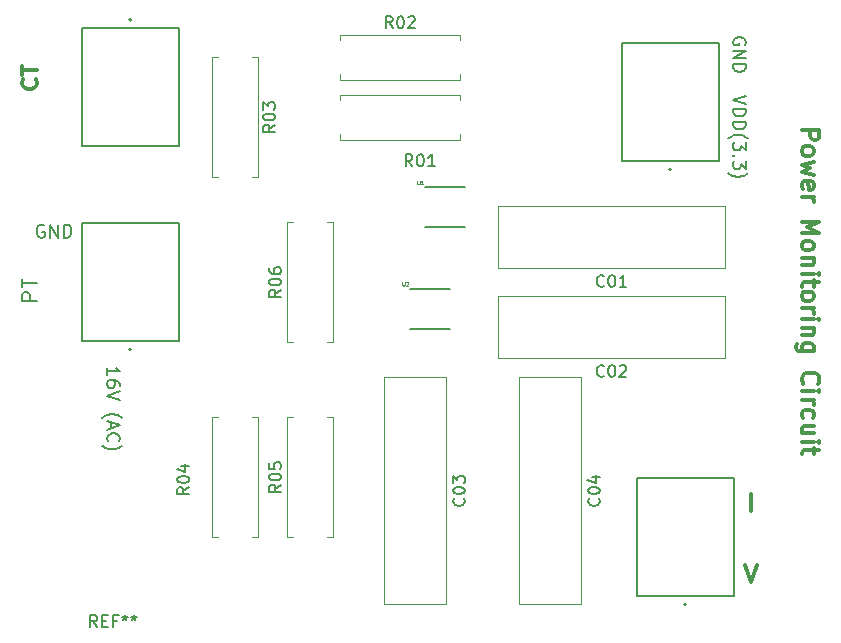
<source format=gbr>
G04 #@! TF.GenerationSoftware,KiCad,Pcbnew,(5.0.1)-4*
G04 #@! TF.CreationDate,2019-03-02T17:06:11-06:00*
G04 #@! TF.ProjectId,monitoring,6D6F6E69746F72696E672E6B69636164,rev?*
G04 #@! TF.SameCoordinates,Original*
G04 #@! TF.FileFunction,Legend,Top*
G04 #@! TF.FilePolarity,Positive*
%FSLAX46Y46*%
G04 Gerber Fmt 4.6, Leading zero omitted, Abs format (unit mm)*
G04 Created by KiCad (PCBNEW (5.0.1)-4) date 2019-03-02 5:06:11 PM*
%MOMM*%
%LPD*%
G01*
G04 APERTURE LIST*
%ADD10C,0.300000*%
%ADD11C,0.200000*%
%ADD12C,0.152400*%
%ADD13C,0.120000*%
%ADD14C,0.127000*%
%ADD15C,0.050000*%
%ADD16C,0.150000*%
G04 APERTURE END LIST*
D10*
X181321428Y-68357142D02*
X182821428Y-68357142D01*
X182821428Y-68928571D01*
X182750000Y-69071428D01*
X182678571Y-69142857D01*
X182535714Y-69214285D01*
X182321428Y-69214285D01*
X182178571Y-69142857D01*
X182107142Y-69071428D01*
X182035714Y-68928571D01*
X182035714Y-68357142D01*
X181321428Y-70071428D02*
X181392857Y-69928571D01*
X181464285Y-69857142D01*
X181607142Y-69785714D01*
X182035714Y-69785714D01*
X182178571Y-69857142D01*
X182250000Y-69928571D01*
X182321428Y-70071428D01*
X182321428Y-70285714D01*
X182250000Y-70428571D01*
X182178571Y-70500000D01*
X182035714Y-70571428D01*
X181607142Y-70571428D01*
X181464285Y-70500000D01*
X181392857Y-70428571D01*
X181321428Y-70285714D01*
X181321428Y-70071428D01*
X182321428Y-71071428D02*
X181321428Y-71357142D01*
X182035714Y-71642857D01*
X181321428Y-71928571D01*
X182321428Y-72214285D01*
X181392857Y-73357142D02*
X181321428Y-73214285D01*
X181321428Y-72928571D01*
X181392857Y-72785714D01*
X181535714Y-72714285D01*
X182107142Y-72714285D01*
X182250000Y-72785714D01*
X182321428Y-72928571D01*
X182321428Y-73214285D01*
X182250000Y-73357142D01*
X182107142Y-73428571D01*
X181964285Y-73428571D01*
X181821428Y-72714285D01*
X181321428Y-74071428D02*
X182321428Y-74071428D01*
X182035714Y-74071428D02*
X182178571Y-74142857D01*
X182250000Y-74214285D01*
X182321428Y-74357142D01*
X182321428Y-74500000D01*
X181321428Y-76142857D02*
X182821428Y-76142857D01*
X181750000Y-76642857D01*
X182821428Y-77142857D01*
X181321428Y-77142857D01*
X181321428Y-78071428D02*
X181392857Y-77928571D01*
X181464285Y-77857142D01*
X181607142Y-77785714D01*
X182035714Y-77785714D01*
X182178571Y-77857142D01*
X182250000Y-77928571D01*
X182321428Y-78071428D01*
X182321428Y-78285714D01*
X182250000Y-78428571D01*
X182178571Y-78500000D01*
X182035714Y-78571428D01*
X181607142Y-78571428D01*
X181464285Y-78500000D01*
X181392857Y-78428571D01*
X181321428Y-78285714D01*
X181321428Y-78071428D01*
X182321428Y-79214285D02*
X181321428Y-79214285D01*
X182178571Y-79214285D02*
X182250000Y-79285714D01*
X182321428Y-79428571D01*
X182321428Y-79642857D01*
X182250000Y-79785714D01*
X182107142Y-79857142D01*
X181321428Y-79857142D01*
X181321428Y-80571428D02*
X182321428Y-80571428D01*
X182821428Y-80571428D02*
X182750000Y-80500000D01*
X182678571Y-80571428D01*
X182750000Y-80642857D01*
X182821428Y-80571428D01*
X182678571Y-80571428D01*
X182321428Y-81071428D02*
X182321428Y-81642857D01*
X182821428Y-81285714D02*
X181535714Y-81285714D01*
X181392857Y-81357142D01*
X181321428Y-81500000D01*
X181321428Y-81642857D01*
X181321428Y-82357142D02*
X181392857Y-82214285D01*
X181464285Y-82142857D01*
X181607142Y-82071428D01*
X182035714Y-82071428D01*
X182178571Y-82142857D01*
X182250000Y-82214285D01*
X182321428Y-82357142D01*
X182321428Y-82571428D01*
X182250000Y-82714285D01*
X182178571Y-82785714D01*
X182035714Y-82857142D01*
X181607142Y-82857142D01*
X181464285Y-82785714D01*
X181392857Y-82714285D01*
X181321428Y-82571428D01*
X181321428Y-82357142D01*
X181321428Y-83500000D02*
X182321428Y-83500000D01*
X182035714Y-83500000D02*
X182178571Y-83571428D01*
X182250000Y-83642857D01*
X182321428Y-83785714D01*
X182321428Y-83928571D01*
X181321428Y-84428571D02*
X182321428Y-84428571D01*
X182821428Y-84428571D02*
X182750000Y-84357142D01*
X182678571Y-84428571D01*
X182750000Y-84500000D01*
X182821428Y-84428571D01*
X182678571Y-84428571D01*
X182321428Y-85142857D02*
X181321428Y-85142857D01*
X182178571Y-85142857D02*
X182250000Y-85214285D01*
X182321428Y-85357142D01*
X182321428Y-85571428D01*
X182250000Y-85714285D01*
X182107142Y-85785714D01*
X181321428Y-85785714D01*
X182321428Y-87142857D02*
X181107142Y-87142857D01*
X180964285Y-87071428D01*
X180892857Y-87000000D01*
X180821428Y-86857142D01*
X180821428Y-86642857D01*
X180892857Y-86500000D01*
X181392857Y-87142857D02*
X181321428Y-87000000D01*
X181321428Y-86714285D01*
X181392857Y-86571428D01*
X181464285Y-86500000D01*
X181607142Y-86428571D01*
X182035714Y-86428571D01*
X182178571Y-86500000D01*
X182250000Y-86571428D01*
X182321428Y-86714285D01*
X182321428Y-87000000D01*
X182250000Y-87142857D01*
X181464285Y-89857142D02*
X181392857Y-89785714D01*
X181321428Y-89571428D01*
X181321428Y-89428571D01*
X181392857Y-89214285D01*
X181535714Y-89071428D01*
X181678571Y-89000000D01*
X181964285Y-88928571D01*
X182178571Y-88928571D01*
X182464285Y-89000000D01*
X182607142Y-89071428D01*
X182750000Y-89214285D01*
X182821428Y-89428571D01*
X182821428Y-89571428D01*
X182750000Y-89785714D01*
X182678571Y-89857142D01*
X181321428Y-90500000D02*
X182321428Y-90500000D01*
X182821428Y-90500000D02*
X182750000Y-90428571D01*
X182678571Y-90500000D01*
X182750000Y-90571428D01*
X182821428Y-90500000D01*
X182678571Y-90500000D01*
X181321428Y-91214285D02*
X182321428Y-91214285D01*
X182035714Y-91214285D02*
X182178571Y-91285714D01*
X182250000Y-91357142D01*
X182321428Y-91500000D01*
X182321428Y-91642857D01*
X181392857Y-92785714D02*
X181321428Y-92642857D01*
X181321428Y-92357142D01*
X181392857Y-92214285D01*
X181464285Y-92142857D01*
X181607142Y-92071428D01*
X182035714Y-92071428D01*
X182178571Y-92142857D01*
X182250000Y-92214285D01*
X182321428Y-92357142D01*
X182321428Y-92642857D01*
X182250000Y-92785714D01*
X182321428Y-94071428D02*
X181321428Y-94071428D01*
X182321428Y-93428571D02*
X181535714Y-93428571D01*
X181392857Y-93500000D01*
X181321428Y-93642857D01*
X181321428Y-93857142D01*
X181392857Y-94000000D01*
X181464285Y-94071428D01*
X181321428Y-94785714D02*
X182321428Y-94785714D01*
X182821428Y-94785714D02*
X182750000Y-94714285D01*
X182678571Y-94785714D01*
X182750000Y-94857142D01*
X182821428Y-94785714D01*
X182678571Y-94785714D01*
X182321428Y-95285714D02*
X182321428Y-95857142D01*
X182821428Y-95500000D02*
X181535714Y-95500000D01*
X181392857Y-95571428D01*
X181321428Y-95714285D01*
X181321428Y-95857142D01*
D11*
X122502380Y-89145238D02*
X122502380Y-88516666D01*
X122502380Y-88830952D02*
X123602380Y-88830952D01*
X123445238Y-88726190D01*
X123340476Y-88621428D01*
X123288095Y-88516666D01*
X123602380Y-90088095D02*
X123602380Y-89878571D01*
X123550000Y-89773809D01*
X123497619Y-89721428D01*
X123340476Y-89616666D01*
X123130952Y-89564285D01*
X122711904Y-89564285D01*
X122607142Y-89616666D01*
X122554761Y-89669047D01*
X122502380Y-89773809D01*
X122502380Y-89983333D01*
X122554761Y-90088095D01*
X122607142Y-90140476D01*
X122711904Y-90192857D01*
X122973809Y-90192857D01*
X123078571Y-90140476D01*
X123130952Y-90088095D01*
X123183333Y-89983333D01*
X123183333Y-89773809D01*
X123130952Y-89669047D01*
X123078571Y-89616666D01*
X122973809Y-89564285D01*
X123602380Y-90507142D02*
X122502380Y-90873809D01*
X123602380Y-91240476D01*
X122083333Y-92759523D02*
X122135714Y-92707142D01*
X122292857Y-92602380D01*
X122397619Y-92550000D01*
X122554761Y-92497619D01*
X122816666Y-92445238D01*
X123026190Y-92445238D01*
X123288095Y-92497619D01*
X123445238Y-92550000D01*
X123550000Y-92602380D01*
X123707142Y-92707142D01*
X123759523Y-92759523D01*
X122816666Y-93126190D02*
X122816666Y-93650000D01*
X122502380Y-93021428D02*
X123602380Y-93388095D01*
X122502380Y-93754761D01*
X122607142Y-94750000D02*
X122554761Y-94697619D01*
X122502380Y-94540476D01*
X122502380Y-94435714D01*
X122554761Y-94278571D01*
X122659523Y-94173809D01*
X122764285Y-94121428D01*
X122973809Y-94069047D01*
X123130952Y-94069047D01*
X123340476Y-94121428D01*
X123445238Y-94173809D01*
X123550000Y-94278571D01*
X123602380Y-94435714D01*
X123602380Y-94540476D01*
X123550000Y-94697619D01*
X123497619Y-94750000D01*
X122083333Y-95116666D02*
X122135714Y-95169047D01*
X122292857Y-95273809D01*
X122397619Y-95326190D01*
X122554761Y-95378571D01*
X122816666Y-95430952D01*
X123026190Y-95430952D01*
X123288095Y-95378571D01*
X123445238Y-95326190D01*
X123550000Y-95273809D01*
X123707142Y-95169047D01*
X123759523Y-95116666D01*
X117161904Y-76450000D02*
X117057142Y-76397619D01*
X116900000Y-76397619D01*
X116742857Y-76450000D01*
X116638095Y-76554761D01*
X116585714Y-76659523D01*
X116533333Y-76869047D01*
X116533333Y-77026190D01*
X116585714Y-77235714D01*
X116638095Y-77340476D01*
X116742857Y-77445238D01*
X116900000Y-77497619D01*
X117004761Y-77497619D01*
X117161904Y-77445238D01*
X117214285Y-77392857D01*
X117214285Y-77026190D01*
X117004761Y-77026190D01*
X117685714Y-77497619D02*
X117685714Y-76397619D01*
X118314285Y-77497619D01*
X118314285Y-76397619D01*
X118838095Y-77497619D02*
X118838095Y-76397619D01*
X119100000Y-76397619D01*
X119257142Y-76450000D01*
X119361904Y-76554761D01*
X119414285Y-76659523D01*
X119466666Y-76869047D01*
X119466666Y-77026190D01*
X119414285Y-77235714D01*
X119361904Y-77340476D01*
X119257142Y-77445238D01*
X119100000Y-77497619D01*
X118838095Y-77497619D01*
D10*
X176500000Y-105178571D02*
X177000000Y-106678571D01*
X177500000Y-105178571D01*
X177000000Y-100678571D02*
X177000000Y-99178571D01*
D11*
X176602380Y-65490476D02*
X175502380Y-65857142D01*
X176602380Y-66223809D01*
X175502380Y-66590476D02*
X176602380Y-66590476D01*
X176602380Y-66852380D01*
X176550000Y-67009523D01*
X176445238Y-67114285D01*
X176340476Y-67166666D01*
X176130952Y-67219047D01*
X175973809Y-67219047D01*
X175764285Y-67166666D01*
X175659523Y-67114285D01*
X175554761Y-67009523D01*
X175502380Y-66852380D01*
X175502380Y-66590476D01*
X175502380Y-67690476D02*
X176602380Y-67690476D01*
X176602380Y-67952380D01*
X176550000Y-68109523D01*
X176445238Y-68214285D01*
X176340476Y-68266666D01*
X176130952Y-68319047D01*
X175973809Y-68319047D01*
X175764285Y-68266666D01*
X175659523Y-68214285D01*
X175554761Y-68109523D01*
X175502380Y-67952380D01*
X175502380Y-67690476D01*
X175083333Y-69104761D02*
X175135714Y-69052380D01*
X175292857Y-68947619D01*
X175397619Y-68895238D01*
X175554761Y-68842857D01*
X175816666Y-68790476D01*
X176026190Y-68790476D01*
X176288095Y-68842857D01*
X176445238Y-68895238D01*
X176550000Y-68947619D01*
X176707142Y-69052380D01*
X176759523Y-69104761D01*
X176602380Y-69419047D02*
X176602380Y-70100000D01*
X176183333Y-69733333D01*
X176183333Y-69890476D01*
X176130952Y-69995238D01*
X176078571Y-70047619D01*
X175973809Y-70100000D01*
X175711904Y-70100000D01*
X175607142Y-70047619D01*
X175554761Y-69995238D01*
X175502380Y-69890476D01*
X175502380Y-69576190D01*
X175554761Y-69471428D01*
X175607142Y-69419047D01*
X175607142Y-70571428D02*
X175554761Y-70623809D01*
X175502380Y-70571428D01*
X175554761Y-70519047D01*
X175607142Y-70571428D01*
X175502380Y-70571428D01*
X176602380Y-70990476D02*
X176602380Y-71671428D01*
X176183333Y-71304761D01*
X176183333Y-71461904D01*
X176130952Y-71566666D01*
X176078571Y-71619047D01*
X175973809Y-71671428D01*
X175711904Y-71671428D01*
X175607142Y-71619047D01*
X175554761Y-71566666D01*
X175502380Y-71461904D01*
X175502380Y-71147619D01*
X175554761Y-71042857D01*
X175607142Y-70990476D01*
X175083333Y-72038095D02*
X175135714Y-72090476D01*
X175292857Y-72195238D01*
X175397619Y-72247619D01*
X175554761Y-72300000D01*
X175816666Y-72352380D01*
X176026190Y-72352380D01*
X176288095Y-72300000D01*
X176445238Y-72247619D01*
X176550000Y-72195238D01*
X176707142Y-72090476D01*
X176759523Y-72038095D01*
X176550000Y-61161904D02*
X176602380Y-61057142D01*
X176602380Y-60900000D01*
X176550000Y-60742857D01*
X176445238Y-60638095D01*
X176340476Y-60585714D01*
X176130952Y-60533333D01*
X175973809Y-60533333D01*
X175764285Y-60585714D01*
X175659523Y-60638095D01*
X175554761Y-60742857D01*
X175502380Y-60900000D01*
X175502380Y-61004761D01*
X175554761Y-61161904D01*
X175607142Y-61214285D01*
X175973809Y-61214285D01*
X175973809Y-61004761D01*
X175502380Y-61685714D02*
X176602380Y-61685714D01*
X175502380Y-62314285D01*
X176602380Y-62314285D01*
X175502380Y-62838095D02*
X176602380Y-62838095D01*
X176602380Y-63100000D01*
X176550000Y-63257142D01*
X176445238Y-63361904D01*
X176340476Y-63414285D01*
X176130952Y-63466666D01*
X175973809Y-63466666D01*
X175764285Y-63414285D01*
X175659523Y-63361904D01*
X175554761Y-63257142D01*
X175502380Y-63100000D01*
X175502380Y-62838095D01*
D12*
G04 #@! TO.C,U1*
X149453600Y-76606400D02*
X152806400Y-76606400D01*
X152806400Y-73253600D02*
X149453600Y-73253600D01*
D13*
G04 #@! TO.C,C02*
X174840000Y-87710000D02*
X155600000Y-87710000D01*
X174840000Y-82470000D02*
X155600000Y-82470000D01*
X174840000Y-87710000D02*
X174840000Y-82470000D01*
X155600000Y-87710000D02*
X155600000Y-82470000D01*
G04 #@! TO.C,C01*
X155600000Y-80090000D02*
X155600000Y-74850000D01*
X174840000Y-80090000D02*
X174840000Y-74850000D01*
X174840000Y-74850000D02*
X155600000Y-74850000D01*
X174840000Y-80090000D02*
X155600000Y-80090000D01*
G04 #@! TO.C,C03*
X151210000Y-89320000D02*
X151210000Y-108560000D01*
X145970000Y-89320000D02*
X145970000Y-108560000D01*
X151210000Y-89320000D02*
X145970000Y-89320000D01*
X151210000Y-108560000D02*
X145970000Y-108560000D01*
G04 #@! TO.C,C04*
X162640000Y-108560000D02*
X157400000Y-108560000D01*
X162640000Y-89320000D02*
X157400000Y-89320000D01*
X157400000Y-89320000D02*
X157400000Y-108560000D01*
X162640000Y-89320000D02*
X162640000Y-108560000D01*
D11*
G04 #@! TO.C,CT*
X124560000Y-59070000D02*
G75*
G03X124560000Y-59070000I-100000J0D01*
G01*
D14*
X128560000Y-69770000D02*
X128560000Y-59770000D01*
X120360000Y-69770000D02*
X128560000Y-69770000D01*
X120360000Y-59770000D02*
X120360000Y-69770000D01*
X128560000Y-59770000D02*
X120360000Y-59770000D01*
G04 #@! TO.C,PT*
X120360000Y-86280000D02*
X128560000Y-86280000D01*
X128560000Y-86280000D02*
X128560000Y-76280000D01*
X128560000Y-76280000D02*
X120360000Y-76280000D01*
X120360000Y-76280000D02*
X120360000Y-86280000D01*
D11*
X124560000Y-86980000D02*
G75*
G03X124560000Y-86980000I-100000J0D01*
G01*
D14*
G04 #@! TO.C,J3*
X166080000Y-71040000D02*
X174280000Y-71040000D01*
X174280000Y-71040000D02*
X174280000Y-61040000D01*
X174280000Y-61040000D02*
X166080000Y-61040000D01*
X166080000Y-61040000D02*
X166080000Y-71040000D01*
D11*
X170280000Y-71740000D02*
G75*
G03X170280000Y-71740000I-100000J0D01*
G01*
G04 #@! TO.C,J4*
X171550000Y-108570000D02*
G75*
G03X171550000Y-108570000I-100000J0D01*
G01*
D14*
X167350000Y-97870000D02*
X167350000Y-107870000D01*
X175550000Y-97870000D02*
X167350000Y-97870000D01*
X175550000Y-107870000D02*
X175550000Y-97870000D01*
X167350000Y-107870000D02*
X175550000Y-107870000D01*
D13*
G04 #@! TO.C,R01*
X142250000Y-65390000D02*
X142250000Y-65870000D01*
X152390000Y-65390000D02*
X142250000Y-65390000D01*
X152390000Y-65870000D02*
X152390000Y-65390000D01*
X142250000Y-69230000D02*
X142250000Y-68750000D01*
X152390000Y-69230000D02*
X142250000Y-69230000D01*
X152390000Y-68750000D02*
X152390000Y-69230000D01*
G04 #@! TO.C,R02*
X142250000Y-60790000D02*
X142250000Y-60310000D01*
X142250000Y-60310000D02*
X152390000Y-60310000D01*
X152390000Y-60310000D02*
X152390000Y-60790000D01*
X142250000Y-63670000D02*
X142250000Y-64150000D01*
X142250000Y-64150000D02*
X152390000Y-64150000D01*
X152390000Y-64150000D02*
X152390000Y-63670000D01*
G04 #@! TO.C,R03*
X134790000Y-62240000D02*
X135270000Y-62240000D01*
X135270000Y-62240000D02*
X135270000Y-72380000D01*
X135270000Y-72380000D02*
X134790000Y-72380000D01*
X131910000Y-62240000D02*
X131430000Y-62240000D01*
X131430000Y-62240000D02*
X131430000Y-72380000D01*
X131430000Y-72380000D02*
X131910000Y-72380000D01*
G04 #@! TO.C,R04*
X131430000Y-102860000D02*
X131910000Y-102860000D01*
X131430000Y-92720000D02*
X131430000Y-102860000D01*
X131910000Y-92720000D02*
X131430000Y-92720000D01*
X135270000Y-102860000D02*
X134790000Y-102860000D01*
X135270000Y-92720000D02*
X135270000Y-102860000D01*
X134790000Y-92720000D02*
X135270000Y-92720000D01*
G04 #@! TO.C,R05*
X138260000Y-102860000D02*
X137780000Y-102860000D01*
X137780000Y-102860000D02*
X137780000Y-92720000D01*
X137780000Y-92720000D02*
X138260000Y-92720000D01*
X141140000Y-102860000D02*
X141620000Y-102860000D01*
X141620000Y-102860000D02*
X141620000Y-92720000D01*
X141620000Y-92720000D02*
X141140000Y-92720000D01*
G04 #@! TO.C,R06*
X141620000Y-76210000D02*
X141140000Y-76210000D01*
X141620000Y-86350000D02*
X141620000Y-76210000D01*
X141140000Y-86350000D02*
X141620000Y-86350000D01*
X137780000Y-76210000D02*
X138260000Y-76210000D01*
X137780000Y-86350000D02*
X137780000Y-76210000D01*
X138260000Y-86350000D02*
X137780000Y-86350000D01*
D12*
G04 #@! TO.C,U2*
X151536400Y-81848600D02*
X148183600Y-81848600D01*
X148183600Y-85201400D02*
X151536400Y-85201400D01*
G04 #@! TO.C,U1*
D15*
X148781729Y-72666621D02*
X148781729Y-72921589D01*
X148796727Y-72951586D01*
X148811726Y-72966584D01*
X148841722Y-72981582D01*
X148901714Y-72981582D01*
X148931711Y-72966584D01*
X148946709Y-72951586D01*
X148961707Y-72921589D01*
X148961707Y-72666621D01*
X149276668Y-72981582D02*
X149096690Y-72981582D01*
X149186679Y-72981582D02*
X149186679Y-72666621D01*
X149156683Y-72711615D01*
X149126687Y-72741612D01*
X149096690Y-72756610D01*
G04 #@! TO.C,C02*
D16*
X164577142Y-89197142D02*
X164529523Y-89244761D01*
X164386666Y-89292380D01*
X164291428Y-89292380D01*
X164148571Y-89244761D01*
X164053333Y-89149523D01*
X164005714Y-89054285D01*
X163958095Y-88863809D01*
X163958095Y-88720952D01*
X164005714Y-88530476D01*
X164053333Y-88435238D01*
X164148571Y-88340000D01*
X164291428Y-88292380D01*
X164386666Y-88292380D01*
X164529523Y-88340000D01*
X164577142Y-88387619D01*
X165196190Y-88292380D02*
X165291428Y-88292380D01*
X165386666Y-88340000D01*
X165434285Y-88387619D01*
X165481904Y-88482857D01*
X165529523Y-88673333D01*
X165529523Y-88911428D01*
X165481904Y-89101904D01*
X165434285Y-89197142D01*
X165386666Y-89244761D01*
X165291428Y-89292380D01*
X165196190Y-89292380D01*
X165100952Y-89244761D01*
X165053333Y-89197142D01*
X165005714Y-89101904D01*
X164958095Y-88911428D01*
X164958095Y-88673333D01*
X165005714Y-88482857D01*
X165053333Y-88387619D01*
X165100952Y-88340000D01*
X165196190Y-88292380D01*
X165910476Y-88387619D02*
X165958095Y-88340000D01*
X166053333Y-88292380D01*
X166291428Y-88292380D01*
X166386666Y-88340000D01*
X166434285Y-88387619D01*
X166481904Y-88482857D01*
X166481904Y-88578095D01*
X166434285Y-88720952D01*
X165862857Y-89292380D01*
X166481904Y-89292380D01*
G04 #@! TO.C,C01*
X164577142Y-81577142D02*
X164529523Y-81624761D01*
X164386666Y-81672380D01*
X164291428Y-81672380D01*
X164148571Y-81624761D01*
X164053333Y-81529523D01*
X164005714Y-81434285D01*
X163958095Y-81243809D01*
X163958095Y-81100952D01*
X164005714Y-80910476D01*
X164053333Y-80815238D01*
X164148571Y-80720000D01*
X164291428Y-80672380D01*
X164386666Y-80672380D01*
X164529523Y-80720000D01*
X164577142Y-80767619D01*
X165196190Y-80672380D02*
X165291428Y-80672380D01*
X165386666Y-80720000D01*
X165434285Y-80767619D01*
X165481904Y-80862857D01*
X165529523Y-81053333D01*
X165529523Y-81291428D01*
X165481904Y-81481904D01*
X165434285Y-81577142D01*
X165386666Y-81624761D01*
X165291428Y-81672380D01*
X165196190Y-81672380D01*
X165100952Y-81624761D01*
X165053333Y-81577142D01*
X165005714Y-81481904D01*
X164958095Y-81291428D01*
X164958095Y-81053333D01*
X165005714Y-80862857D01*
X165053333Y-80767619D01*
X165100952Y-80720000D01*
X165196190Y-80672380D01*
X166481904Y-81672380D02*
X165910476Y-81672380D01*
X166196190Y-81672380D02*
X166196190Y-80672380D01*
X166100952Y-80815238D01*
X166005714Y-80910476D01*
X165910476Y-80958095D01*
G04 #@! TO.C,C03*
X152697142Y-99582857D02*
X152744761Y-99630476D01*
X152792380Y-99773333D01*
X152792380Y-99868571D01*
X152744761Y-100011428D01*
X152649523Y-100106666D01*
X152554285Y-100154285D01*
X152363809Y-100201904D01*
X152220952Y-100201904D01*
X152030476Y-100154285D01*
X151935238Y-100106666D01*
X151840000Y-100011428D01*
X151792380Y-99868571D01*
X151792380Y-99773333D01*
X151840000Y-99630476D01*
X151887619Y-99582857D01*
X151792380Y-98963809D02*
X151792380Y-98868571D01*
X151840000Y-98773333D01*
X151887619Y-98725714D01*
X151982857Y-98678095D01*
X152173333Y-98630476D01*
X152411428Y-98630476D01*
X152601904Y-98678095D01*
X152697142Y-98725714D01*
X152744761Y-98773333D01*
X152792380Y-98868571D01*
X152792380Y-98963809D01*
X152744761Y-99059047D01*
X152697142Y-99106666D01*
X152601904Y-99154285D01*
X152411428Y-99201904D01*
X152173333Y-99201904D01*
X151982857Y-99154285D01*
X151887619Y-99106666D01*
X151840000Y-99059047D01*
X151792380Y-98963809D01*
X151792380Y-98297142D02*
X151792380Y-97678095D01*
X152173333Y-98011428D01*
X152173333Y-97868571D01*
X152220952Y-97773333D01*
X152268571Y-97725714D01*
X152363809Y-97678095D01*
X152601904Y-97678095D01*
X152697142Y-97725714D01*
X152744761Y-97773333D01*
X152792380Y-97868571D01*
X152792380Y-98154285D01*
X152744761Y-98249523D01*
X152697142Y-98297142D01*
G04 #@! TO.C,C04*
X164127142Y-99582857D02*
X164174761Y-99630476D01*
X164222380Y-99773333D01*
X164222380Y-99868571D01*
X164174761Y-100011428D01*
X164079523Y-100106666D01*
X163984285Y-100154285D01*
X163793809Y-100201904D01*
X163650952Y-100201904D01*
X163460476Y-100154285D01*
X163365238Y-100106666D01*
X163270000Y-100011428D01*
X163222380Y-99868571D01*
X163222380Y-99773333D01*
X163270000Y-99630476D01*
X163317619Y-99582857D01*
X163222380Y-98963809D02*
X163222380Y-98868571D01*
X163270000Y-98773333D01*
X163317619Y-98725714D01*
X163412857Y-98678095D01*
X163603333Y-98630476D01*
X163841428Y-98630476D01*
X164031904Y-98678095D01*
X164127142Y-98725714D01*
X164174761Y-98773333D01*
X164222380Y-98868571D01*
X164222380Y-98963809D01*
X164174761Y-99059047D01*
X164127142Y-99106666D01*
X164031904Y-99154285D01*
X163841428Y-99201904D01*
X163603333Y-99201904D01*
X163412857Y-99154285D01*
X163317619Y-99106666D01*
X163270000Y-99059047D01*
X163222380Y-98963809D01*
X163555714Y-97773333D02*
X164222380Y-97773333D01*
X163174761Y-98011428D02*
X163889047Y-98249523D01*
X163889047Y-97630476D01*
G04 #@! TO.C,CT*
D10*
X116464285Y-64092857D02*
X116526190Y-64154761D01*
X116588095Y-64340476D01*
X116588095Y-64464285D01*
X116526190Y-64650000D01*
X116402380Y-64773809D01*
X116278571Y-64835714D01*
X116030952Y-64897619D01*
X115845238Y-64897619D01*
X115597619Y-64835714D01*
X115473809Y-64773809D01*
X115350000Y-64650000D01*
X115288095Y-64464285D01*
X115288095Y-64340476D01*
X115350000Y-64154761D01*
X115411904Y-64092857D01*
X115288095Y-63721428D02*
X115288095Y-62978571D01*
X116588095Y-63350000D02*
X115288095Y-63350000D01*
G04 #@! TO.C,PT*
D11*
X116588095Y-82835714D02*
X115288095Y-82835714D01*
X115288095Y-82340476D01*
X115350000Y-82216666D01*
X115411904Y-82154761D01*
X115535714Y-82092857D01*
X115721428Y-82092857D01*
X115845238Y-82154761D01*
X115907142Y-82216666D01*
X115969047Y-82340476D01*
X115969047Y-82835714D01*
X115288095Y-81721428D02*
X115288095Y-80978571D01*
X116588095Y-81350000D02*
X115288095Y-81350000D01*
G04 #@! TO.C,R01*
D16*
X148357142Y-71452380D02*
X148023809Y-70976190D01*
X147785714Y-71452380D02*
X147785714Y-70452380D01*
X148166666Y-70452380D01*
X148261904Y-70500000D01*
X148309523Y-70547619D01*
X148357142Y-70642857D01*
X148357142Y-70785714D01*
X148309523Y-70880952D01*
X148261904Y-70928571D01*
X148166666Y-70976190D01*
X147785714Y-70976190D01*
X148976190Y-70452380D02*
X149071428Y-70452380D01*
X149166666Y-70500000D01*
X149214285Y-70547619D01*
X149261904Y-70642857D01*
X149309523Y-70833333D01*
X149309523Y-71071428D01*
X149261904Y-71261904D01*
X149214285Y-71357142D01*
X149166666Y-71404761D01*
X149071428Y-71452380D01*
X148976190Y-71452380D01*
X148880952Y-71404761D01*
X148833333Y-71357142D01*
X148785714Y-71261904D01*
X148738095Y-71071428D01*
X148738095Y-70833333D01*
X148785714Y-70642857D01*
X148833333Y-70547619D01*
X148880952Y-70500000D01*
X148976190Y-70452380D01*
X150261904Y-71452380D02*
X149690476Y-71452380D01*
X149976190Y-71452380D02*
X149976190Y-70452380D01*
X149880952Y-70595238D01*
X149785714Y-70690476D01*
X149690476Y-70738095D01*
G04 #@! TO.C,R02*
X146677142Y-59762380D02*
X146343809Y-59286190D01*
X146105714Y-59762380D02*
X146105714Y-58762380D01*
X146486666Y-58762380D01*
X146581904Y-58810000D01*
X146629523Y-58857619D01*
X146677142Y-58952857D01*
X146677142Y-59095714D01*
X146629523Y-59190952D01*
X146581904Y-59238571D01*
X146486666Y-59286190D01*
X146105714Y-59286190D01*
X147296190Y-58762380D02*
X147391428Y-58762380D01*
X147486666Y-58810000D01*
X147534285Y-58857619D01*
X147581904Y-58952857D01*
X147629523Y-59143333D01*
X147629523Y-59381428D01*
X147581904Y-59571904D01*
X147534285Y-59667142D01*
X147486666Y-59714761D01*
X147391428Y-59762380D01*
X147296190Y-59762380D01*
X147200952Y-59714761D01*
X147153333Y-59667142D01*
X147105714Y-59571904D01*
X147058095Y-59381428D01*
X147058095Y-59143333D01*
X147105714Y-58952857D01*
X147153333Y-58857619D01*
X147200952Y-58810000D01*
X147296190Y-58762380D01*
X148010476Y-58857619D02*
X148058095Y-58810000D01*
X148153333Y-58762380D01*
X148391428Y-58762380D01*
X148486666Y-58810000D01*
X148534285Y-58857619D01*
X148581904Y-58952857D01*
X148581904Y-59048095D01*
X148534285Y-59190952D01*
X147962857Y-59762380D01*
X148581904Y-59762380D01*
G04 #@! TO.C,R03*
X136722380Y-67952857D02*
X136246190Y-68286190D01*
X136722380Y-68524285D02*
X135722380Y-68524285D01*
X135722380Y-68143333D01*
X135770000Y-68048095D01*
X135817619Y-68000476D01*
X135912857Y-67952857D01*
X136055714Y-67952857D01*
X136150952Y-68000476D01*
X136198571Y-68048095D01*
X136246190Y-68143333D01*
X136246190Y-68524285D01*
X135722380Y-67333809D02*
X135722380Y-67238571D01*
X135770000Y-67143333D01*
X135817619Y-67095714D01*
X135912857Y-67048095D01*
X136103333Y-67000476D01*
X136341428Y-67000476D01*
X136531904Y-67048095D01*
X136627142Y-67095714D01*
X136674761Y-67143333D01*
X136722380Y-67238571D01*
X136722380Y-67333809D01*
X136674761Y-67429047D01*
X136627142Y-67476666D01*
X136531904Y-67524285D01*
X136341428Y-67571904D01*
X136103333Y-67571904D01*
X135912857Y-67524285D01*
X135817619Y-67476666D01*
X135770000Y-67429047D01*
X135722380Y-67333809D01*
X135722380Y-66667142D02*
X135722380Y-66048095D01*
X136103333Y-66381428D01*
X136103333Y-66238571D01*
X136150952Y-66143333D01*
X136198571Y-66095714D01*
X136293809Y-66048095D01*
X136531904Y-66048095D01*
X136627142Y-66095714D01*
X136674761Y-66143333D01*
X136722380Y-66238571D01*
X136722380Y-66524285D01*
X136674761Y-66619523D01*
X136627142Y-66667142D01*
G04 #@! TO.C,R04*
X129452380Y-98642857D02*
X128976190Y-98976190D01*
X129452380Y-99214285D02*
X128452380Y-99214285D01*
X128452380Y-98833333D01*
X128500000Y-98738095D01*
X128547619Y-98690476D01*
X128642857Y-98642857D01*
X128785714Y-98642857D01*
X128880952Y-98690476D01*
X128928571Y-98738095D01*
X128976190Y-98833333D01*
X128976190Y-99214285D01*
X128452380Y-98023809D02*
X128452380Y-97928571D01*
X128500000Y-97833333D01*
X128547619Y-97785714D01*
X128642857Y-97738095D01*
X128833333Y-97690476D01*
X129071428Y-97690476D01*
X129261904Y-97738095D01*
X129357142Y-97785714D01*
X129404761Y-97833333D01*
X129452380Y-97928571D01*
X129452380Y-98023809D01*
X129404761Y-98119047D01*
X129357142Y-98166666D01*
X129261904Y-98214285D01*
X129071428Y-98261904D01*
X128833333Y-98261904D01*
X128642857Y-98214285D01*
X128547619Y-98166666D01*
X128500000Y-98119047D01*
X128452380Y-98023809D01*
X128785714Y-96833333D02*
X129452380Y-96833333D01*
X128404761Y-97071428D02*
X129119047Y-97309523D01*
X129119047Y-96690476D01*
G04 #@! TO.C,R05*
X137232380Y-98432857D02*
X136756190Y-98766190D01*
X137232380Y-99004285D02*
X136232380Y-99004285D01*
X136232380Y-98623333D01*
X136280000Y-98528095D01*
X136327619Y-98480476D01*
X136422857Y-98432857D01*
X136565714Y-98432857D01*
X136660952Y-98480476D01*
X136708571Y-98528095D01*
X136756190Y-98623333D01*
X136756190Y-99004285D01*
X136232380Y-97813809D02*
X136232380Y-97718571D01*
X136280000Y-97623333D01*
X136327619Y-97575714D01*
X136422857Y-97528095D01*
X136613333Y-97480476D01*
X136851428Y-97480476D01*
X137041904Y-97528095D01*
X137137142Y-97575714D01*
X137184761Y-97623333D01*
X137232380Y-97718571D01*
X137232380Y-97813809D01*
X137184761Y-97909047D01*
X137137142Y-97956666D01*
X137041904Y-98004285D01*
X136851428Y-98051904D01*
X136613333Y-98051904D01*
X136422857Y-98004285D01*
X136327619Y-97956666D01*
X136280000Y-97909047D01*
X136232380Y-97813809D01*
X136232380Y-96575714D02*
X136232380Y-97051904D01*
X136708571Y-97099523D01*
X136660952Y-97051904D01*
X136613333Y-96956666D01*
X136613333Y-96718571D01*
X136660952Y-96623333D01*
X136708571Y-96575714D01*
X136803809Y-96528095D01*
X137041904Y-96528095D01*
X137137142Y-96575714D01*
X137184761Y-96623333D01*
X137232380Y-96718571D01*
X137232380Y-96956666D01*
X137184761Y-97051904D01*
X137137142Y-97099523D01*
G04 #@! TO.C,R06*
X137232380Y-81922857D02*
X136756190Y-82256190D01*
X137232380Y-82494285D02*
X136232380Y-82494285D01*
X136232380Y-82113333D01*
X136280000Y-82018095D01*
X136327619Y-81970476D01*
X136422857Y-81922857D01*
X136565714Y-81922857D01*
X136660952Y-81970476D01*
X136708571Y-82018095D01*
X136756190Y-82113333D01*
X136756190Y-82494285D01*
X136232380Y-81303809D02*
X136232380Y-81208571D01*
X136280000Y-81113333D01*
X136327619Y-81065714D01*
X136422857Y-81018095D01*
X136613333Y-80970476D01*
X136851428Y-80970476D01*
X137041904Y-81018095D01*
X137137142Y-81065714D01*
X137184761Y-81113333D01*
X137232380Y-81208571D01*
X137232380Y-81303809D01*
X137184761Y-81399047D01*
X137137142Y-81446666D01*
X137041904Y-81494285D01*
X136851428Y-81541904D01*
X136613333Y-81541904D01*
X136422857Y-81494285D01*
X136327619Y-81446666D01*
X136280000Y-81399047D01*
X136232380Y-81303809D01*
X136232380Y-80113333D02*
X136232380Y-80303809D01*
X136280000Y-80399047D01*
X136327619Y-80446666D01*
X136470476Y-80541904D01*
X136660952Y-80589523D01*
X137041904Y-80589523D01*
X137137142Y-80541904D01*
X137184761Y-80494285D01*
X137232380Y-80399047D01*
X137232380Y-80208571D01*
X137184761Y-80113333D01*
X137137142Y-80065714D01*
X137041904Y-80018095D01*
X136803809Y-80018095D01*
X136708571Y-80065714D01*
X136660952Y-80113333D01*
X136613333Y-80208571D01*
X136613333Y-80399047D01*
X136660952Y-80494285D01*
X136708571Y-80541904D01*
X136803809Y-80589523D01*
G04 #@! TO.C,U2*
D15*
X147511729Y-81261621D02*
X147511729Y-81516589D01*
X147526727Y-81546586D01*
X147541726Y-81561584D01*
X147571722Y-81576582D01*
X147631714Y-81576582D01*
X147661711Y-81561584D01*
X147676709Y-81546586D01*
X147691707Y-81516589D01*
X147691707Y-81261621D01*
X147826690Y-81291617D02*
X147841688Y-81276619D01*
X147871685Y-81261621D01*
X147946675Y-81261621D01*
X147976672Y-81276619D01*
X147991670Y-81291617D01*
X148006668Y-81321613D01*
X148006668Y-81351610D01*
X147991670Y-81396604D01*
X147811692Y-81576582D01*
X148006668Y-81576582D01*
G04 #@! TO.C,REF\002A\002A*
D16*
X121666666Y-110452380D02*
X121333333Y-109976190D01*
X121095238Y-110452380D02*
X121095238Y-109452380D01*
X121476190Y-109452380D01*
X121571428Y-109500000D01*
X121619047Y-109547619D01*
X121666666Y-109642857D01*
X121666666Y-109785714D01*
X121619047Y-109880952D01*
X121571428Y-109928571D01*
X121476190Y-109976190D01*
X121095238Y-109976190D01*
X122095238Y-109928571D02*
X122428571Y-109928571D01*
X122571428Y-110452380D02*
X122095238Y-110452380D01*
X122095238Y-109452380D01*
X122571428Y-109452380D01*
X123333333Y-109928571D02*
X123000000Y-109928571D01*
X123000000Y-110452380D02*
X123000000Y-109452380D01*
X123476190Y-109452380D01*
X124000000Y-109452380D02*
X124000000Y-109690476D01*
X123761904Y-109595238D02*
X124000000Y-109690476D01*
X124238095Y-109595238D01*
X123857142Y-109880952D02*
X124000000Y-109690476D01*
X124142857Y-109880952D01*
X124761904Y-109452380D02*
X124761904Y-109690476D01*
X124523809Y-109595238D02*
X124761904Y-109690476D01*
X125000000Y-109595238D01*
X124619047Y-109880952D02*
X124761904Y-109690476D01*
X124904761Y-109880952D01*
G04 #@! TD*
M02*

</source>
